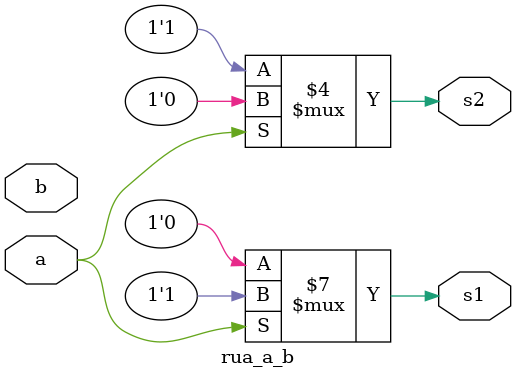
<source format=v>
module rua_a_b(a,b,s1,s2);
    input a,b;
    output reg  s1,s2;

    always @(a or b) begin
        if (a == 1'b1) begin
            s1 = 1'b1;
            s2 = 1'b0;
        end
        else begin
        s1 = 1'b0;
        s2 = 1'b1;
        end
    end
endmodule
</source>
